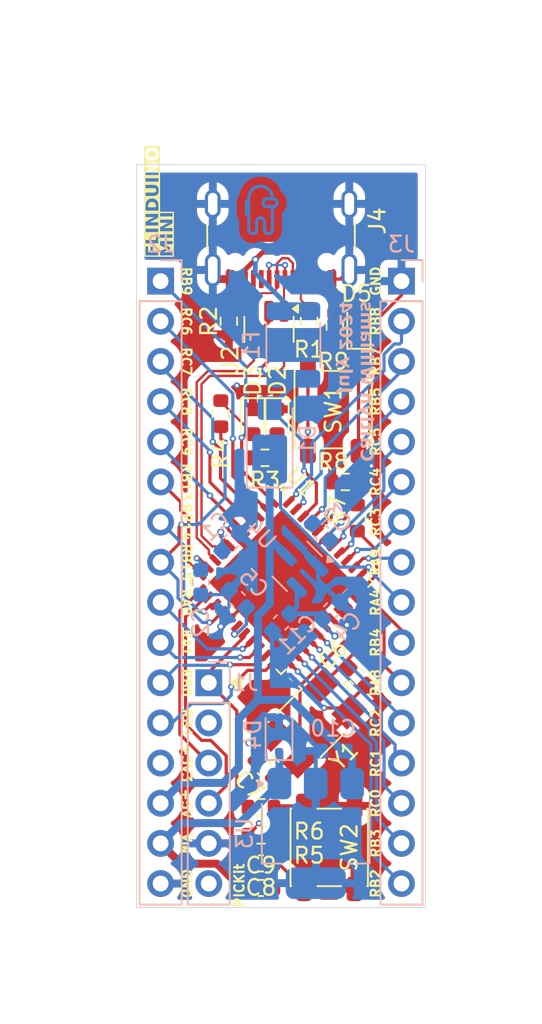
<source format=kicad_pcb>
(kicad_pcb (version 20240108) (generator "pcbnew") (generator_version "8.0")
  (layers (0 "F.Cu" signal) (1 "In1.Cu" power) (2 "In2.Cu" power) (31 "B.Cu" signal) (34 "B.Paste" user) (35 "F.Paste" user) (36 "B.SilkS" user "B.Silkscreen") (37 "F.SilkS" user "F.Silkscreen") (38 "B.Mask" user) (39 "F.Mask" user) (44 "Edge.Cuts" user))
  (property "AUTHOR" "Caitlyn Williams")
  (property "NUMBER" "CRW031")
  (net 0 "")
  (net 1 "GND")
  (net 2 "Net-(U1-VCAP)")
  (net 3 "+3V3")
  (net 4 "/RA3{slash}OSC2")
  (net 5 "/RA2{slash}OSC1")
  (net 6 "/RESET")
  (net 7 "+5V")
  (net 8 "/RB3{slash}AN5{slash}SCL2")
  (net 9 "/RB2{slash}AN4{slash}SDA2")
  (net 10 "/RB1{slash}AN3")
  (net 11 "/RB0{slash}AN2")
  (net 12 "/RB13{slash}AN11")
  (net 13 "/RA1{slash}AN1")
  (net 14 "Net-(D2-A)")
  (net 15 "Net-(D3-A)")
  (net 16 "/~{MCLR}")
  (net 17 "/RB15{slash}AN9{slash}SCK2")
  (net 18 "/RB4")
  (net 19 "/RB5")
  (net 20 "/RA4")
  (net 21 "/RB9{slash}SDA1")
  (net 22 "/RA0{slash}VREF+{slash}AN0")
  (net 23 "/RC3{slash}AN12")
  (net 24 "/RA9")
  (net 25 "/RC2{slash}AN8")
  (net 26 "/RC0{slash}AN6")
  (net 27 "/RB14{slash}AN10{slash}SCK1")
  (net 28 "/RB7{slash}INT0")
  (net 29 "/RB8{slash}SCL1")
  (net 30 "/RC9")
  (net 31 "/RC7")
  (net 32 "/RC6")
  (net 33 "/RC5")
  (net 34 "/RC4")
  (net 35 "/RC8")
  (net 36 "/RC1{slash}AN7")
  (net 37 "/RA8")
  (net 38 "VBUS")
  (net 39 "/CC_{2}")
  (net 40 "/CC_{1}")
  (net 41 "Net-(R7-Pad1)")
  (net 42 "/RA7{slash}PGEC4")
  (net 44 "/RA10{slash}PGED4")
  (net 45 "/V_{IN}")
  (net 46 "Net-(D5-A)")
  (net 47 "/D-")
  (net 48 "/D+")
  (net 49 "/CONN_D-")
  (net 50 "/CONN_D+")
  (net 51 "Net-(F1-Pad1)")
  (footprint "Resistor_SMD:R_0603_1608Metric" (layer "F.Cu") (at 81.534 73.66 180)
    (property "Reference" "R8")
    (property "Value" "10k")
  )
  (footprint "Resistor_SMD:R_0603_1608Metric" (layer "F.Cu") (at 82.296 75.946 -90)
    (property "Reference" "R7")
    (property "Value" "10k")
  )
  (footprint "Resistor_SMD:R_0603_1608Metric" (layer "F.Cu") (at 80.8736 63.8048 90)
    (property "Reference" "R9")
    (property "Value" "200R")
  )
  (footprint "Resistor_SMD:R_0603_1608Metric" (layer "F.Cu") (at 79.248 63.5 -90)
    (property "Reference" "R1")
    (property "Value" "5.1k")
  )
  (footprint "Capacitor_SMD:C_0603_1608Metric" (layer "F.Cu") (at 76.2 99.3394)
    (property "Reference" "C9")
    (property "Value" "2.2uF")
  )
  (footprint "Capacitor_SMD:C_0603_1608Metric" (layer "F.Cu") (at 76.2 97.79 180)
    (property "Reference" "C8")
    (property "Value" "100nF")
  )
  (footprint "Button_Switch_SMD:SW_SPST_PTS647_Sx50" (layer "F.Cu") (at 80.772 69.088 -90)
    (property "Reference" "SW1")
    (property "Value" "BOOT")
  )
  (footprint "Button_Switch_SMD:SW_SPST_PTS647_Sx50" (layer "F.Cu") (at 80.518 96.774 -90)
    (property "Reference" "SW2")
    (property "Value" "RESET")
  )
  (footprint "Capacitor_SMD:C_0603_1608Metric" (layer "F.Cu") (at 76.454 91.821 135)
    (property "Reference" "C7")
    (property "Value" "27pF")
  )
  (footprint "Package_TO_SOT_SMD:SOT-23-6" (layer "F.Cu") (at 76.708 64.008 -90)
    (property "Reference" "U2")
    (property "Value" "USBLC6-2SC6")
  )
  (footprint "LED_SMD:LED_0603_1608Metric" (layer "F.Cu") (at 75.692 69.85 -90)
    (property "Reference" "D3")
    (property "Value" "LED1")
  )
  (footprint "Capacitor_SMD:C_0603_1608Metric" (layer "F.Cu") (at 82.296 85.979 -45)
    (property "Reference" "C6")
    (property "Value" "27pF")
  )
  (footprint "Resistor_SMD:R_0603_1608Metric" (layer "F.Cu") (at 76.2 94.234 180)
    (property "Reference" "R6")
    (property "Value" "1k")
  )
  (footprint "LED_SMD:LED_0603_1608Metric" (layer "F.Cu") (at 77.216 69.85 -90)
    (property "Reference" "D2")
    (property "Value" "LED2")
  )
  (footprint "Resistor_SMD:R_0603_1608Metric" (layer "F.Cu") (at 73.66 69.342 90)
    (property "Reference" "R4")
    (property "Value" "200R")
  )
  (footprint "Resistor_SMD:R_0603_1608Metric" (layer "F.Cu") (at 74.168 63.5 -90)
    (property "Reference" "R2")
    (property "Value" "5.1k")
  )
  (footprint "LED_SMD:LED_0603_1608Metric" (layer "F.Cu") (at 82.3976 63.754 90)
    (property "Reference" "D5")
    (property "Value" "PWR_LED")
  )
  (footprint "Resistor_SMD:R_0603_1608Metric" (layer "F.Cu") (at 76.454 72.136)
    (property "Reference" "R3")
    (property "Value" "200R")
  )
  (footprint "Crystal:Crystal_SMD_0603-4Pin_6.0x3.5mm" (layer "F.Cu") (at 79.375 88.9 -135)
    (property "Reference" "Y1")
    (property "Value" "8MHz")
  )
  (footprint "Package_DFN_QFN:QFN-44-1EP_8x8mm_P0.65mm_EP6.45x6.45mm" (layer "F.Cu") (at 77.47 80.01 -45)
    (property "Reference" "U1")
    (property "Value" "PIC32MX250F128D-IPT")
  )
  (footprint "Connector_USB:USB_C_Receptacle_GCT_USB4105-xx-A_16P_TopMnt_Horizontal" (layer "F.Cu") (at 77.47 57.15 180)
    (property "Reference" "J4")
    (property "Value" "USB_C_Receptacle_USB2.0_16P")
  )
  (footprint "Resistor_SMD:R_0603_1608Metric" (layer "F.Cu") (at 76.2 96.012)
    (property "Reference" "R5")
    (property "Value" "10k")
  )
  (footprint "Connector_PinHeader_2.54mm:PinHeader_1x16_P2.54mm_Vertical" (layer "B.Cu") (at 85.09 60.96 180)
    (property "Reference" "J3")
    (property "Value" "R")
  )
  (footprint "Capacitor_SMD:C_0603_1608Metric" (layer "B.Cu") (at 80.645 81.788 45)
    (property "Reference" "C4")
    (property "Value" "100nF")
  )
  (footprint "Diode_SMD:Vishay_SMPA" (layer "B.Cu") (at 76.75 71 90)
    (property "Reference" "D1")
    (property "Value" "SS1P3L")
  )
  (footprint "Package_TO_SOT_SMD:SOT-23" (layer "B.Cu") (at 78.486 78.994 135)
    (property "Reference" "U4")
    (property "Value" "MCP1703Ax-330xxTT")
  )
  (footprint "Capacitor_SMD:C_0603_1608Metric" (layer "B.Cu") (at 72.39 80.01 -90)
    (property "Reference" "C2")
    (property "Value" "100nF")
  )
  (footprint "Connector_PinHeader_2.54mm:PinHeader_1x16_P2.54mm_Vertical" (layer "B.Cu") (at 69.85 60.96 180)
    (property "Reference" "J2")
    (property "Value" "L")
  )
  (footprint "Fuse:Fuse_1812_4532Metric" (layer "B.Cu") (at 78.25 65 -90)
    (property "Reference" "F1")
    (property "Value" "500mA")
  )
  (footprint "Capacitor_SMD:C_0603_1608Metric" (layer "B.Cu") (at 80.01 76.835 -45)
    (property "Reference" "C3")
    (property "Value" "100nF")
  )
  (footprint "Capacitor_SMD:C_0603_1608Metric" (layer "B.Cu") (at 74.295 77.47 -135)
    (property "Reference" "C1")
    (property "Value" "10uF")
  )
  (footprint "Capacitor_SMD:C_0603_1608Metric" (layer "B.Cu") (at 77.47 82.55 -135)
    (property "Reference" "C11")
    (property "Value" "10uF")
  )
  (footprint "Connector_PinHeader_2.54mm:PinHeader_1x06_P2.54mm_Vertical" (layer "B.Cu") (at 72.898 86.36 180)
    (property "Reference" "J1")
    (property "Value" "PICKIT")
  )
  (footprint "Capacitor_SMD:C_0603_1608Metric" (layer "B.Cu") (at 80.772 90.678 180)
    (property "Reference" "C10")
    (property "Value" "10uF")
  )
  (footprint "Global:amogus" (layer "B.Cu") (at 76.327 56.007 180)
    (property "Reference" "REF**" (hide yes))
    (property "Value" "amogus")
  )
  (footprint "Package_TO_SOT_SMD:SOT-223-3_TabPin2" (layer "B.Cu") (at 79.6665 95.885 -90)
    (property "Reference" "U3")
    (property "Value" "MCP1703Ax-500xxDB")
  )
  (footprint "Diode_SMD:D_SOD-323F" (layer "B.Cu") (at 77.343 89.6366 90)
    (property "Reference" "D4")
    (property "Value" "TVS")
  )
  (footprint "Capacitor_SMD:C_0603_1608Metric" (layer "B.Cu") (at 74.7268 81.0768 135)
    (property "Reference" "C5")
    (property "Value" "100nF")
  )
  (gr_poly (pts (xy 74.295 86.36) (xy 74.93 85.979) (xy 74.93 86.741)) (stroke (width 0.15)) (fill solid) (layer "F.SilkS"))
  (gr_rect (start 68.326 53.594) (end 86.614 100.584) (stroke (width 0.05)) (fill none) (layer "Edge.Cuts"))
  (gr_text "Caitlyn Williams\nJuly 2024" (at 83.312 62.23 270) (layer "B.SilkS") (effects (font (size 0.8 0.8) (thickness 0.15) (bold yes)) (justify right top mirror)))
  (gr_text "+5V" (at 71.12 93.98 270) (layer "F.SilkS") (effects (font (size 0.6 0.6) (thickness 0.14) (bold yes)) (justify bottom)))
  (gr_text "RA1" (at 71.12 83.82 270) (layer "F.SilkS") (effects (font (size 0.6 0.6) (thickness 0.14) (bold yes)) (justify bottom)))
  (gr_text "RC2" (at 83.82 88.9 90) (layer "F.SilkS") (effects (font (size 0.6 0.6) (thickness 0.14) (bold yes)) (justify bottom)))
  (gr_text "RC0" (at 83.82 93.98 90) (layer "F.SilkS") (effects (font (size 0.6 0.6) (thickness 0.14) (bold yes)) (justify bottom)))
  (gr_text "RB14" (at 71.12 76.2 270) (layer "F.SilkS") (effects (font (size 0.6 0.6) (thickness 0.14) (bold yes)) (justify bottom)))
  (gr_text "RC3" (at 83.82 76.2 90) (layer "F.SilkS") (effects (font (size 0.6 0.6) (thickness 0.14) (bold yes)) (justify bottom)))
  (gr_text "GND" (at 83.82 60.96 90) (layer "F.SilkS") (effects (font (size 0.6 0.6) (thickness 0.14) (bold yes)) (justify bottom)))
  (gr_text "RB2" (at 83.82 99.06 90) (layer "F.SilkS") (effects (font (size 0.6 0.6) (thickness 0.14) (bold yes)) (justify bottom)))
  (gr_text "RA9" (at 83.82 78.74 90) (layer "F.SilkS") (effects (font (size 0.6 0.6) (thickness 0.14) (bold yes)) (justify bottom)))
  (gr_text "RC1" (at 83.82 91.44 90) (layer "F.SilkS") (effects (font (size 0.6 0.6) (thickness 0.14) (bold yes)) (justify bottom)))
  (gr_text "RC9" (at 71.12 71.12 270) (layer "F.SilkS") (effects (font (size 0.6 0.6) (thickness 0.14) (bold yes)) (justify bottom)))
  (gr_text "RC7" (at 71.12 66.04 270) (layer "F.SilkS") (effects (font (size 0.6 0.6) (thickness 0.14) (bold yes)) (justify bottom)))
  (gr_text "RA4" (at 83.82 81.28 90) (layer "F.SilkS") (effects (font (size 0.6 0.6) (thickness 0.14) (bold yes)) (justify bottom)))
  (gr_text "FLINDUINO" (at 69.85 59.436 90) (layer "F.SilkS" knockout) (effects (font (size 0.8 0.8) (thickness 0.15) (bold yes)) (justify left bottom)))
  (gr_text "RA0" (at 71.12 81.28 270) (layer "F.SilkS") (effects (font (size 0.6 0.6) (thickness 0.14) (bold yes)) (justify bottom)))
  (gr_text "+3V3" (at 71.12 91.44 270) (layer "F.SilkS") (effects (font (size 0.6 0.6) (thickness 0.14) (bold yes)) (justify bottom)))
  (gr_text "MINI" (at 70.739 59.436 90) (layer "F.SilkS" knockout) (effects (font (size 0.8 0.8) (thickness 0.15) (bold yes)) (justify left bottom)))
  (gr_text "RB4" (at 83.82 83.82 90) (layer "F.SilkS") (effects (font (size 0.6 0.6) (thickness 0.14) (bold yes)) (justify bottom)))
  (gr_text "RB3" (at 83.82 96.52 90) (layer "F.SilkS") (effects (font (size 0.6 0.6) (thickness 0.14) (bold yes)) (justify bottom)))
  (gr_text "RB9" (at 71.12 60.96 270) (layer "F.SilkS") (effects (font (size 0.6 0.6) (thickness 0.14) (bold yes)) (justify bottom)))
  (gr_text "RB7" (at 83.82 66.04 90) (layer "F.SilkS") (effects (font (size 0.6 0.6) (thickness 0.14) (bold yes)) (justify bottom)))
  (gr_text "RB13" (at 71.12 73.66 270) (layer "F.SilkS") (effects (font (size 0.6 0.6) (thickness 0.14) (bold yes)) (justify bottom)))
  (gr_text "RA8" (at 83.82 86.36 90) (layer "F.SilkS") (effects (font (size 0.6 0.6) (thickness 0.14) (bold yes)) (justify bottom)))
  (gr_text "GND" (at 71.12 99.06 270) (layer "F.SilkS") (effects (font (size 0.6 0.6) (thickness 0.14) (bold yes)) (justify bottom)))
  (gr_text "RB5" (at 83.82 68.58 90) (layer "F.SilkS") (effects (font (size 0.6 0.6) (thickness 0.14) (bold yes)) (justify bottom)))
  (gr_text "PICKit" (at 75.184 99.187 90) (layer "F.SilkS") (effects (font (size 0.6 0.6) (thickness 0.14) (bold yes)) (justify bottom)))
  (gr_text "RB0" (at 71.12 86.36 270) (layer "F.SilkS") (effects (font (size 0.6 0.6) (thickness 0.14) (bold yes)) (justify bottom)))
  (gr_text "RC8" (at 71.12 68.58 270) (layer "F.SilkS") (effects (font (size 0.6 0.6) (thickness 0.14) (bold yes)) (justify bottom)))
  (gr_text "RC4" (at 83.82 73.66 90) (layer "F.SilkS") (effects (font (size 0.6 0.6) (thickness 0.14) (bold yes)) (justify bottom)))
  (gr_text "V_{IN}" (at 71.12 96.52 270) (layer "F.SilkS") (effects (font (size 0.6 0.6) (thickness 0.14) (bold yes)) (justify bottom)))
  (gr_text "RC6" (at 71.12 63.5 270) (layer "F.SilkS") (effects (font (size 0.6 0.6) (thickness 0.14) (bold yes)) (justify bottom)))
  (gr_text "RB1" (at 71.12 88.9 270) (layer "F.SilkS") (effects (font (size 0.6 0.6) (thickness 0.14) (bold yes)) (justify bottom)))
  (gr_text "RB8" (at 83.82 63.5 90) (layer "F.SilkS") (effects (font (size 0.6 0.6) (thickness 0.14) (bold yes)) (justify bottom)))
  (gr_text "RC5" (at 83.82 71.12 90) (layer "F.SilkS") (effects (font (size 0.6 0.6) (thickness 0.14) (bold yes)) (justify bottom)))
  (gr_text "RB15" (at 71.12 78.74 270) (layer "F.SilkS") (effects (font (size 0.6 0.6) (thickness 0.14) (bold yes)) (justify bottom)))
  (segment (start 85.09 61.849101) (end 85.09 60.96) (width 0.2032) (layer "F.Cu") (net 1))
  (segment (start 75.905992 91.272992) (end 75.905992 90.671952) (width 0.2032) (layer "F.Cu") (net 1))
  (segment (start 73.15 63.244) (end 73.15 60.255) (width 0.2032) (layer "F.Cu") (net 1))
  (segment (start 77.47 80.01) (end 74.685767 77.225767) (width 0.3048) (layer "F.Cu") (net 1))
  (segment (start 74.168 64.262) (end 73.15 63.244) (width 0.2032) (layer "F.Cu") (net 1))
  (segment (start 79.248 64.325) (end 78.931 64.008) (width 0.127) (layer "F.Cu") (net 1))
  (segment (start 81.779163 87.591853) (end 82.844008 86.527008) (width 0.2032) (layer "F.Cu") (net 1))
  (segment (start 78.359 80.01) (end 77.47 80.01) (width 0.2032) (layer "F.Cu") (net 1))
  (segment (start 80.19471 87.95329) (end 81.53956 87.95329) (width 0.2032) (layer "F.Cu") (net 1))
  (segment (start 74.168 64.325) (end 74.168 64.262) (width 0.2032) (layer "F.Cu") (net 1))
  (segment (start 75.946 90.17) (end 75.438 90.17) (width 0.2032) (layer "F.Cu") (net 1))
  (segment (start 74.1556 96.52) (end 72.898 96.52) (width 0.508) (layer "F.Cu") (net 1))
  (segment (start 73.66 82.804) (end 73.756762 82.804) (width 0.2032) (layer "F.Cu") (net 1))
  (segment (start 80.254233 77.225767) (end 77.47 80.01) (width 0.2032) (layer "F.Cu") (net 1))
  (segment (start 77.216 69.062499) (end 75.692 69.062499) (width 0.2032) (layer "F.Cu") (net 1))
  (segment (start 74.226148 82.334614) (end 76.550762 80.01) (width 0.2032) (layer "F.Cu") (net 1))
  (segment (start 82.118 97.79) (end 82.118 94.149) (width 0.2032) (layer "F.Cu") (net 1))
  (segment (start 74.485 64.008) (end 74.168 64.325) (width 0.2032) (layer "F.Cu") (net 1))
  (segment (start 75.692 68.58) (end 74.676 67.564) (width 0.2032) (layer "F.Cu") (net 1))
  (segment (start 81.083979 82.704741) (end 80.713852 82.334614) (width 0.2032) (layer "F.Cu") (net 1))
  (segment (start 82.118 99.399) (end 82.118 97.79) (width 0.2032) (layer "F.Cu") (net 1))
  (segment (start 76.708 62.8705) (end 76.708 63.532999) (width 0.2032) (layer "F.Cu") (net 1))
  (segment (start 73.725 60.83) (end 73.15 60.255) (width 0.2032) (layer "F.Cu") (net 1))
  (segment (start 76.176972 90.400972) (end 76.970837 89.607107) (width 0.2032) (layer "F.Cu") (net 1))
  (segment (start 80.713852 82.334614) (end 80.683614 82.334614) (width 0.2032) (layer "F.Cu") (net 1))
  (segment (start 74.1426 76.6351) (end 74.1426 76.6826) (width 0.2032) (layer "F.Cu") (net 1))
  (segment (start 81.215 60.83) (end 81.79 60.255) (width 0.2032) (layer "F.Cu") (net 1))
  (segment (start 76.708 63.532999) (end 76.232999 64.008) (width 0.2032) (layer "F.Cu") (net 1))
  (segment (start 80.683614 82.334614) (end 78.359 80.01) (width 0.2032) (layer "F.Cu") (net 1))
  (segment (start 74.27 60.83) (end 73.725 60.83) (width 0.2032) (layer "F.Cu") (net 1))
  (segment (start 74.047529 76.540029) (end 74.1426 76.6351) (width 0.2032) (layer "F.Cu") (net 1))
  (segment (start 81.53956 87.95329) (end 81.779163 88.192893) (width 0.2032) (layer "F.Cu") (net 1))
  (segment (start 81.567 74.518) (end 81.567 75.913) (width 0.2032) (layer "F.Cu") (net 1))
  (segment (start 78.931 64.008) (end 76.232999 64.008) (width 0.127) (layer "F.Cu") (net 1))
  (segment (start 75.692 69.062499) (end 75.692 68.58) (width 0.2032) (layer "F.Cu") (net 1))
  (segment (start 76.176972 90.400972) (end 75.946 90.17) (width 0.2032) (layer "F.Cu") (net 1))
  (segment (start 82.3976 64.541501) (end 85.09 61.849101) (width 0.2032) (layer "F.Cu") (net 1))
  (segment (start 80.67 60.83) (end 81.215 60.83) (width 0.2032) (layer "F.Cu") (net 1))
  (segment (start 74.1426 76.6826) (end 74.685767 77.225767) (width 0.2032) (layer "F.Cu") (net 1))
  (segment (start 75.905992 90.671952) (end 76.176972 90.400972) (width 0.2032) (layer "F.Cu") (net 1))
  (segment (start 81.567 75.913) (end 81.28 76.2) (width 0.2032) (layer "F.Cu") (net 1))
  (segment (start 81.28 76.2) (end 80.254233 77.225767) (width 0.2032) (layer "F.Cu") (net 1))
  (segment (start 76.232999 64.008) (end 74.485 64.008) (width 0.2032) (layer "F.Cu") (net 1))
  (segment (start 76.550762 80.01) (end 77.47 80.01) (width 0.2032) (layer "F.Cu") (net 1))
  (segment (start 76.975 99.3394) (end 74.1556 96.52) (width 0.508) (layer "F.Cu") (net 1))
  (segment (start 81.633259 82.704741) (end 81.083979 82.704741) (width 0.2032) (layer "F.Cu") (net 1))
  (segment (start 73.756762 82.804) (end 74.226148 82.334614) (width 0.2032) (layer "F.Cu") (net 1))
  (segment (start 80.709 73.66) (end 81.567 74.518) (width 0.2032) (layer "F.Cu") (net 1))
  (segment (start 74.047529 76.364429) (end 74.047529 76.540029) (width 0.2032) (layer "F.Cu") (net 1))
  (segment (start 81.779163 88.192893) (end 81.779163 87.591853) (width 0.2032) (layer "F.Cu") (net 1))
  (via (at 80.19471 87.95329) (size 0.4064) (drill 0.2032) (layers "F.Cu" "B.Cu") (net 1))
  (via (at 82.118 97.79) (size 0.4064) (drill 0.2032) (layers "F.Cu" "B.Cu") (net 1))
  (via (at 74.047529 76.364429) (size 0.4572) (drill 0.254) (layers "F.Cu" "B.Cu") (net 1))
  (via (at 75.438 90.17) (size 0.4572) (drill 0.254) (layers "F.Cu" "B.Cu") (net 1))
  (via (at 81.28 76.2) (size 0.4572) (drill 0.254) (layers "F.Cu" "B.Cu") (net 1))
  (via (at 74.676 67.564) (size 0.4064) (drill 0.2032) (layers "F.Cu" "B.Cu") (net 1))
  (via (at 81.633259 82.704741) (size 0.4572) (drill 0.254) (layers "F.Cu" "B.Cu") (net 1))
  (via (at 83.185 72.644) (size 0.4064) (drill 0.2032) (layers "F.Cu" "B.Cu") (net 1))
  (via (at 73.66 82.804) (size 0.4572) (drill 0.254) (layers "F.Cu" "B.Cu") (net 1))
  (segment (start 79.820664 78.985161) (end 79.820664 79.867648) (width 0.3048) (layer "B.Cu") (net 1))
  (segment (start 80.122869 87.95329) (end 80.19471 87.95329) (width 0.3048) (layer "B.Cu") (net 1))
  (segment (start 79.6665 91.0085) (end 79.997 90.678) (width 0.254) (layer "B.Cu") (net 1))
  (segment (start 79.997 92.367001) (end 79.629 92.735001) (width 0.254) (layer "B.Cu") (net 1))
  (segment (start 81.788 81.834984) (end 81.193008 81.239992) (width 0.2032) (layer "B.Cu") (net 1))
  (segment (start 77.343 85.883999) (end 78.053578 85.883999) (width 0.3048) (layer "B.Cu") (net 1))
  (segment (start 81.788 82.55) (end 81.788 81.834984) (width 0.2032) (layer "B.Cu") (net 1))
  (segment (start 78.053578 85.883999) (end 80.122869 87.95329) (width 0.3048) (layer "B.Cu") (net 1))
  (segment (start 73.66 82.088984) (end 74.178792 81.570192) (width 0.2032) (layer "B.Cu") (net 1))
  (segment (start 74.047529 76.364429) (end 74.285445 76.364429) (width 0.2032) (layer "B.Cu") (net 1))
  (segment (start 77.8556 88.5366) (end 79.997 90.678) (width 0.3048) (layer "B.Cu") (net 1))
  (segment (start 80.558008 76.921992) (end 81.28 76.2) (width 0.2032) (layer "B.Cu") (net 1))
  (segment (start 74.178792 81.570192) (end 74.178792 80.528792) (width 0.2032) (layer "B.Cu") (net 1))
  (segment (start 80.558008 77.383008) (end 80.558008 76.921992) (width 0.2032) (layer "B.Cu") (net 1))
  (segment (start 77.343 88.5366) (end 77.8556 88.5366) (width 0.3048) (layer "B.Cu") (net 1))
  (segment (start 74.285445 76.364429) (end 74.843008 76.921992) (width 0.2032) (layer "B.Cu") (net 1))
  (segment (start 79.820664 79.867648) (end 81.193008 81.239992) (width 0.3048) (layer "B.Cu") (net 1))
  (segment (start 76.921992 83.098008) (end 76.921992 85.462991) (width 0.3048) (layer "B.Cu") (net 1))
  (segment (start 76.921992 85.462991) (end 77.343 85.883999) (width 0.3048) (layer "B.Cu") (net 1))
  (segment (start 79.6665 92.735001) (end 79.6665 91.0085) (width 0.254) (layer "B.Cu") (net 1))
  (segment (start 72.39 80.785) (end 73.922584 80.785) (width 0.2032) (layer "B.Cu") (net 1))
  (segment (start 73.66 82.804) (end 73.66 82.088984) (width 0.2032) (layer "B.Cu") (net 1))
  (segment (start 73.922584 80.785) (end 74.178792 80.528792) (width 0.2032) (layer "B.Cu") (net 1))
  (segment (start 81.633259 82.704741) (end 81.788 82.55) (width 0.2032) (layer "B.Cu") (net 1))
  (segment (start 73.66 77.119238) (end 74.226148 77.685386) (width 0.2032) (layer "F.Cu") (net 2))
  (segment (start 73.66 76.835) (end 73.66 77.119238) (width 0.2032) (layer "F.Cu") (net 2))
  (via (at 73.66 76.835) (size 0.4572) (drill 0.254) (layers "F.Cu" "B.Cu") (net 2))
  (segment (start 73.746992 78.018008) (end 73.746992 76.921992) (width 0.2032) (layer "B.Cu") (net 2))
  (segment (start 73.746992 76.921992) (end 73.66 76.835) (width 0.2032) (layer "B.Cu") (net 2))
  (segment (start 74.5236 83.2866) (end 74.5236 82.9564) (width 0.2032) (layer "F.Cu") (net 3))
  (segment (start 76.073 95.314) (end 75.375 96.012) (width 0.2032) (layer "F.Cu") (net 3))
  (segment (start 74.5236 82.9564) (end 74.685767 82.794233) (width 0.2032) (layer "F.Cu") (net 3))
  (segment (start 76.073 95.25) (end 76.073 95.314) (width 0.2032) (layer "F.Cu") (net 3))
  (segment (start 79.172 71.713) (end 79.172 70.485) (width 0.2032) (layer "F.Cu") (net 3))
  (segment (start 72.269044 78.486) (end 72.847289 79.064245) (width 0.2032) (layer "F.Cu") (net 3))
  (segment (start 72.136 78.486) (end 72.269044 78.486) (width 0.2032) (layer "F.Cu") (net 3))
  (segment (start 79.172 66.463) (end 79.172 70.485) (width 0.2032) (layer "F.Cu") (net 3))
  (segment (start 70.358 91.44) (end 69.85 91.44) (width 0.2032) (layer "F.Cu") (net 3))
  (segment (start 80.645 75.915762) (end 79.794614 76.766148) (width 0.2032) (layer "F.Cu") (net 3))
  (segment (start 80.8736 64.6298) (end 80.8736 64.7614) (width 0.2032) (layer "F.Cu") (net 3))
  (segment (start 80.8736 83.4136) (end 80.254233 82.794233) (width 0.2032) (layer "F.Cu") (net 3))
  (segment (start 80.8736 64.7614) (end 79.172 66.463) (width 0.2032) (layer "F.Cu") (net 3))
  (segment (start 80.645 75.565) (end 80.645 75.915762) (width 0.2032) (layer "F.Cu") (net 3))
  (via (at 72.136 78.486) (size 0.4064) (drill 0.2032) (layers "F.Cu" "B.Cu") (net 3))
  (via (at 80.645 75.565) (size 0.4572) (drill 0.254) (layers "F.Cu" "B.Cu") (net 3))
  (via (at 76.073 95.25) (size 0.4064) (drill 0.2032) (layers "F.Cu" "B.Cu") (net 3))
  (via (at 79.172 70.485) (size 0.4064) (drill 0.2032) (layers "F.Cu" "B.Cu") (net 3))
  (via (at 80.8736 83.4136) (size 0.4572) (drill 0.254) (layers "F.Cu" "B.Cu") (net 3))
  (via (at 74.5236 83.2866) (size 0.4572) (drill 0.254) (layers "F.Cu" "B.Cu") (net 3))
  (segment (start 78.018008 82.001992) (end 79.762976 82.001992) (width 0.3048) (layer "B.Cu") (net 3))
  (segment (start 80.8736 83.4136) (end 80.096992 82.636992) (width 0.2032) (layer "B.Cu") (net 3))
  (segment (start 79.923008 76.286992) (end 80.645 75.565) (width 0.2032) (layer "B.Cu") (net 3))
  (segment (start 74.654416 83.2866) (end 75.274808 82.666208) (width 0.2032) (layer "B.Cu") (net 3))
  (segment (start 72.39 79.235) (end 72.39 78.74) (width 0.2032) (layer "B.Cu") (net 3))
  (segment (start 75.274808 82.666208) (end 75.274808 81.624808) (width 0.2032) (layer "B.Cu") (net 3))
  (segment (start 79.461992 76.286992) (end 79.923008 76.286992) (width 0.2032) (layer "B.Cu") (net 3))
  (segment (start 78.477161 81.542839) (end 78.018008 82.001992) (width 0.3048) (layer "B.Cu") (net 3))
  (segment (start 74.5236 83.2866) (end 74.654416 83.2866) (width 0.2032) (layer "B.Cu") (net 3))
  (segment (start 72.39 78.74) (end 72.136 78.486) (width 0.2032) (layer "B.Cu") (net 3))
  (segment (start 79.762976 82.001992) (end 80.096992 82.336008) (width 0.3048) (layer "B.Cu") (net 3))
  (segment (start 78.477161 80.328664) (end 78.477161 81.542839) (width 0.3048) (layer "B.Cu") (net 3))
  (segment (start 80.096992 82.636992) (end 80.096992 82.336008) (width 0.2032) (layer "B.Cu") (net 3))
  (segment (start 81.146952 85.430992) (end 81.747992 85.430992) (width 0.2032) (layer "F.Cu") (net 4))
  (segment (start 82.804 83.773944) (end 82.804 82.586284) (width 0.2032) (layer "F.Cu") (net 4))
  (segment (start 80.082107 86.495837) (end 81.146952 85.430992) (width 0.2032) (layer "F.Cu") (net 4))
  (segment (start 80.082107 86.495837) (end 82.804 83.773944) (width 0.2032) (layer "F.Cu") (net 4))
  (segment (start 82.804 82.586284) (end 81.633091 81.415375) (width 0.2032) (layer "F.Cu") (net 4))
  (segment (start 82.3976 83.3849) (end 82.3976 82.786582) (width 0.2032) (layer "F.Cu") (net 5))
  (segment (start 81.486012 81.874994) (end 81.173472 81.874994) (width 0.2032) (layer "F.Cu") (net 5))
  (segment (start 78.667893 91.512107) (end 77.810992 92.369008) (width 0.2032) (layer "F.Cu") (net 5))
  (segment (start 77.810992 92.369008) (end 77.002008 92.369008) (width 0.2032) (layer "F.Cu") (net 5))
  (segment (start 82.1149 83.6676) (end 82.3976 83.3849) (width 0.2032) (layer "F.Cu") (net 5))
  (segment (start 81.561184 83.6676) (end 82.1149 83.6676) (width 0.2032) (layer "F.Cu") (net 5))
  (segment (start 78.667893 91.304163) (end 78.667893 86.560891) (width 0.2032) (layer "F.Cu") (net 5))
  (segment (start 78.667893 86.560891) (end 81.561184 83.6676) (width 0.2032) (layer "F.Cu") (net 5))
  (segment (start 82.3976 82.786582) (end 81.486012 81.874994) (width 0.2032) (layer "F.Cu") (net 5))
  (segment (start 78.667893 91.304163) (end 78.667893 91.512107) (width 0.2032) (layer "F.Cu") (net 5))
  (segment (start 77.309 97.79) (end 76.975 97.79) (width 0.2032) (layer "F.Cu") (net 6))
  (segment (start 77.025 94.234) (end 77.025 97.74) (width 0.2032) (layer "F.Cu") (net 6))
  (segment (start 77.11 94.149) (end 77.025 94.234) (width 0.2032) (layer "F.Cu") (net 6))
  (segment (start 77.025 97.74) (end 76.975 97.79) (width 0.2032) (layer "F.Cu") (net 6))
  (segment (start 78.918 99.399) (end 77.309 97.79) (width 0.2032) (layer "F.Cu") (net 6))
  (segment (start 78.918 94.149) (end 77.11 94.149) (width 0.2032) (layer "F.Cu") (net 6))
  (segment (start 77.025 94.234) (end 77.025 96.012) (width 0.2032) (layer "F.Cu") (net 6))
  (segment (start 76.75 77.258) (end 77.823087 78.331087) (width 0.508) (layer "B.Cu") (net 7))
  (segment (start 69.85 93.98) (end 71.1336 92.6964) (width 0.508) (layer "B.Cu") (net 7))
  (segment (start 81.9658 92.7343) (end 81.9665 92.735) (width 0.508) (layer "B.Cu") (net 7))
  (segment (start 71.1336 92.6964) (end 73.809626 92.6964) (width 0.508) (layer "B.Cu") (net 7))
  (segment (start 81.371168 90.678) (end 78.130543 87.437375) (width 0.508) (layer "B.Cu") (net 7))
  (segment (start 76.007375 87.437375) (end 76.007375 82.103375) (width 0.508) (layer "B.Cu") (net 7))
  (segment (start 76.75 81.36075) (end 76.75 77.216) (width 0.508) (layer "B.Cu") (net 7))
  (segment (start 76.75 77.216) (end 76.75 72.21) (width 0.508) (layer "B.Cu") (net 7))
  (segment (start 73.809626 92.6964) (end 74.803 91.703026) (width 0.508) (layer "B.Cu") (net 7))
  (segment (start 76.75 77.216) (end 76.75 77.258) (width 0.508) (layer "B.Cu") (net 7))
  (segment (start 74.803 88.64175) (end 76.007375 87.437375) (width 0.508) (layer "B.Cu") (net 7))
  (segment (start 74.803 91.703026) (end 74.803 88.64175) (width 0.508) (layer "B.Cu") (net 7))
  (segment (start 76.007375 82.103375) (end 76.75 81.36075) (width 0.508) (layer "B.Cu") (net 7))
  (segment (start 81.9658 91.0968) (end 81.9658 92.7343) (width 0.508) (layer "B.Cu") (net 7))
  (segment (start 78.130543 87.437375) (end 76.007375 87.437375) (width 0.508) (layer "B.Cu") (net 7))
  (segment (start 81.547 90.678) (end 81.9658 91.0968) (width 0.508) (layer "B.Cu") (net 7))
  (segment (start 81.547 90.678) (end 81.371168 90.678) (width 0.508) (layer "B.Cu") (net 7))
  (segment (start 78.443261 84.632711) (end 78.415755 84.632711) (width 0.2032) (layer "F.Cu") (net 8))
  (segment (start 78.975341 85.164791) (end 78.443261 84.632711) (width 0.2032) (layer "F.Cu") (net 8))
  (via (at 78.975341 85.164791) (size 0.4064) (drill 0.2032) (layers "F.Cu" "B.Cu") (net 8))
  (segment (start 78.975341 85.164791) (end 83.058 89.24745) (width 0.2032) (layer "B.Cu") (net 8))
  (segment (start 83.5152 94.9452) (end 85.09 96.52) (width 0.2032) (layer "B.Cu") (net 8))
  (segment (start 83.058 89.651788) (end 83.5152 90.108988) (width 0.2032) (layer "B.Cu") (net 8))
  (segment (start 83.058 89.24745) (end 83.058 89.651788) (width 0.2032) (layer "B.Cu") (net 8))
  (segment (start 83.5152 90.108988) (end 83.5152 94.9452) (width 0.2032) (layer "B.Cu") (net 8))
  (segment (start 77.98033 85.09233) (end 78.5368 85.6488) (width 0.2032) (layer "F.Cu") (net 9))
  (segment (start 77.956136 85.09233) (end 77.98033 85.09233) (width 0.2032) (layer "F.Cu") (net 9))
  (via (at 78.5368 85.6488) (size 0.4064) (drill 0.2032) (layers "F.Cu" "B.Cu") (net 9))
  (segment (start 83.1596 90.2716) (end 83.1596 97.1296) (width 0.2032) (layer "B.Cu") (net 9))
  (segment (start 83.1596 97.1296) (end 85.09 99.06) (width 0.2032) (layer "B.Cu") (net 9))
  (segment (start 78.5368 85.6488) (end 83.1596 90.2716) (width 0.2032) (layer "B.Cu") (net 9))
  (segment (start 74.3204 86.614) (end 75.357753 85.576647) (width 0.2032) (layer "F.Cu") (net 10))
  (segment (start 75.357753 85.576647) (end 76.499547 85.576647) (width 0.2032) (layer "F.Cu") (net 10))
  (segment (start 76.499547 85.576647) (end 76.983864 85.09233) (width 0.2032) (layer "F.Cu") (net 10))
  (via (at 74.3204 86.614) (size 0.4064) (drill 0.2032) (layers "F.Cu" "B.Cu") (net 10))
  (segment (start 71.8058 87.6808) (end 70.5866 88.9) (width 0.2032) (layer "B.Cu") (net 10))
  (segment (start 70.5866 88.9) (end 69.85 88.9) (width 0.2032) (layer "B.Cu") (net 10))
  (segment (start 74.3204 86.614) (end 74.3204 87.1456) (width 0.2032) (layer "B.Cu") (net 10))
  (segment (start 73.7852 87.6808) (end 71.8058 87.6808) (width 0.2032) (layer "B.Cu") (net 10))
  (segment (start 74.3204 87.1456) (end 73.7852 87.6808) (width 0.2032) (layer "B.Cu") (net 10))
  (segment (start 75.935909 85.221047) (end 76.524245 84.632711) (width 0.2032) (layer "F.Cu") (net 11))
  (segment (start 74.248247 85.221047) (end 75.935909 85.221047) (width 0.2032) (layer "F.Cu") (net 11))
  (via (at 74.248247 85.221047) (size 0.4064) (drill 0.2032) (layers "F.Cu" "B.Cu") (net 11))
  (segment (start 69.85 86.36) (end 70.954 85.256) (width 0.2032) (layer "B.Cu") (net 11))
  (segment (start 74.213294 85.256) (end 74.248247 85.221047) (width 0.2032) (layer "B.Cu") (net 11))
  (segment (start 70.954 85.256) (end 74.213294 85.256) (width 0.2032) (layer "B.Cu") (net 11))
  (segment (start 71.628 78.764194) (end 72.38767 79.523864) (width 0.2032) (layer "F.Cu") (net 12))
  (segment (start 71.12 74.93) (end 71.12 75.438) (width 0.2032) (layer "F.Cu") (net 12))
  (segment (start 69.85 73.66) (end 71.12 74.93) (width 0.2032) (layer "F.Cu") (net 12))
  (segment (start 71.12 75.438) (end 71.628 75.946) (width 0.2032) (layer "F.Cu") (net 12))
  (segment (start 71.628 75.946) (end 71.628 78.764194) (width 0.2032) (layer "F.Cu") (net 12))
  (segment (start 74.8792 84.763847) (end 75.473869 84.763847) (width 0.2032) (layer "F.Cu") (net 13))
  (segment (start 75.473869 84.763847) (end 76.064625 84.173091) (width 0.2032) (layer "F.Cu") (net 13))
  (via (at 74.8792 84.763847) (size 0.4064) (drill 0.2032) (layers "F.Cu" "B.Cu") (net 13))
  (segment (start 69.85 83.82) (end 70.793847 84.763847) (width 0.2032) (layer "B.Cu") (net 13))
  (segment (start 70.793847 84.763847) (end 74.8792 84.763847) (width 0.2032) (layer "B.Cu") (net 13))
  (segment (start 77.279 72.136) (end 77.279 70.700501) (width 0.2032) (layer "F.Cu") (net 14))
  (segment (start 77.279 70.700501) (end 77.216 70.637501) (width 0.2032) (layer "F.Cu") (net 14))
  (segment (start 73.66 68.58) (end 75.692 70.612) (width 0.1524) (layer "F.Cu") (net 15))
  (segment (start 75.692 70.612) (end 75.692 70.637501) (width 0.1524) (layer "F.Cu") (net 15))
  (segment (start 73.66 68.517) (end 73.66 68.58) (width 0.1524) (layer "F.Cu") (net 15))
  (segment (start 72.898 86.36) (end 72.898 85.6996) (width 0.2032) (layer "F.Cu") (net 16))
  (segment (start 75.375 94.234) (end 74.676 93.535) (width 0.2032) (layer "F.Cu") (net 16))
  (segment (start 75.145386 83.452214) (end 75.145386 83.253852) (width 0.2032) (layer "F.Cu") (net 16))
  (segment (start 72.898 85.6996) (end 75.145386 83.452214) (width 0.2032) (layer "F.Cu") (net 16))
  (segment (start 74.676 88.138) (end 72.898 86.36) (width 0.2032) (layer "F.Cu") (net 16))
  (segment (start 74.676 93.535) (end 74.676 88.138) (width 0.2032) (layer "F.Cu") (net 16))
  (segment (start 72.9488 82.55) (end 73.091522 82.55) (width 0.2032) (layer "F.Cu") (net 17))
  (segment (start 71.0184 77.5716) (end 69.85 78.74) (width 0.2032) (layer "F.Cu") (net 17))
  (segment (start 73.091522 82.55) (end 73.766528 81.874994) (width 0.2032) (layer "F.Cu") (net 17))
  (segment (start 73.927894 71.179745) (end 73.66 70.911851) (width 0.2032) (layer "F.Cu") (net 17))
  (segment (start 73.66 70.911851) (end 73.66 70.167) (width 0.2032) (layer "F.Cu") (net 17))
  (segment (start 71.1708 76.3524) (end 71.0184 76.5048) (width 0.2032) (layer "F.Cu") (net 17))
  (segment (start 71.0184 76.5048) (end 71.0184 77.5716) (width 0.2032) (layer "F.Cu") (net 17))
  (via (at 72.9488 82.55) (size 0.4064) (drill 0.2032) (layers "F.Cu" "B.Cu") (net 17))
  (via (at 73.927894 71.179745) (size 0.4064) (drill 0.2032) (layers "F.Cu" "B.Cu") (net 17))
  (via (at 71.1708 76.3524) (size 0.4064) (drill 0.2032) (layers "F.Cu" "B.Cu") (net 17))
  (segment (start 72.9488 82.55) (end 72.493464 82.55) (width 0.2032) (layer "B.Cu") (net 17))
  (segment (start 73.927894 71.179745) (end 73.927894 74.662106) (width 0.2032) (layer "B.Cu") (net 17))
  (segment (start 72.493464 82.55) (end 70.954 81.010536) (width 0.2032) (layer "B.Cu") (net 17))
  (segment (start 70.954 81.010536) (end 70.954 79.844) (width 0.2032) (layer "B.Cu") (net 17))
  (segment (start 73.927894 74.662106) (end 72.2376 76.3524) (width 0.2032) (layer "B.Cu") (net 17))
  (segment (start 72.2376 76.3524) (end 71.1708 76.3524) (width 0.2032) (layer "B.Cu") (net 17))
  (segment (start 70.954 79.844) (end 69.85 78.74) (width 0.2032) (layer "B.Cu") (net 17))
  (segment (start 83.5152 79.533266) (end 82.55233 80.496136) (width 0.2032) (layer "F.Cu") (net 18))
  (segment (start 82.55233 80.496136) (end 85.09 83.033806) (width 0.2032) (layer "F.Cu") (net 18))
  (segment (start 83.5152 77.9902) (end 83.5152 79.533266) (width 0.2032) (layer "F.Cu") (net 18))
  (segment (start 82.296 76.771) (end 83.5152 77.9902) (width 0.2032) (layer "F.Cu") (net 18))
  (segment (start 85.09 83.033806) (end 85.09 83.82) (width 0.2032) (layer "F.Cu") (net 18))
  (segment (start 79.334994 76.306528) (end 79.334994 76.113006) (width 0.2032) (layer "F.Cu") (net 19))
  (segment (start 79.334994 76.113006) (end 80.0608 75.3872) (width 0.2032) (layer "F.Cu") (net 19))
  (via (at 80.0608 75.3872) (size 0.4064) (drill 0.2032) (layers "F.Cu" "B.Cu") (net 19))
  (segment (start 80.0608 75.3872) (end 80.264 75.184) (width 0.2032) (layer "B.Cu") (net 19))
  (segment (start 80.264 75.184) (end 80.264 73.406) (width 0.2032) (layer "B.Cu") (net 19))
  (segment (start 80.264 73.406) (end 85.09 68.58) (width 0.2032) (layer "B.Cu") (net 19))
  (segment (start 77.4385 73.9455) (end 75.629 72.136) (width 0.2032) (layer "F.Cu") (net 20))
  (segment (start 82.55233 79.49967) (end 83.0072 79.0448) (width 0.2032) (layer "F.Cu") (net 20))
  (segment (start 82.55233 79.523864) (end 82.55233 79.49967) (width 0.2032) (layer "F.Cu") (net 20))
  (via (at 77.4385 73.9455) (size 0.4064) (drill 0.2032) (layers "F.Cu" "B.Cu") (net 20))
  (via (at 83.0072 79.0448) (size 0.4064) (drill 0.2032) (layers "F.Cu" "B.Cu") (net 20))
  (segment (start 81.188838 79.0448) (end 83.0072 79.0448) (width 0.2032) (layer "B.Cu") (net 20))
  (segment (start 77.4385 73.9455) (end 77.4385 75.294462) (width 0.2032) (layer "B.Cu") (net 20))
  (segment (start 83.0072 79.1972) (end 85.09 81.28) (width 0.2032) (layer "B.Cu") (net 20))
  (segment (start 77.4385 75.294462) (end 81.188838 79.0448) (width 0.2032) (layer "B.Cu") (net 20))
  (segment (start 83.0072 79.0448) (end 83.0072 79.1972) (width 0.2032) (layer "B.Cu") (net 20))
  (segment (start 74.977814 70.861035) (end 74.977814 71.66459) (width 0.2032) (layer "F.Cu") (net 21))
  (segment (start 74.975 71.667404) (end 74.975 72.918806) (width 0.2032) (layer "F.Cu") (net 21))
  (segment (start 74.977814 71.66459) (end 74.975 71.667404) (width 0.2032) (layer "F.Cu") (net 21))
  (segment (start 74.975 72.918806) (end 76.983864 74.92767) (width 0.2032) (layer "F.Cu") (net 21))
  (via (at 74.977814 70.861035) (size 0.4064) (drill 0.2032) (layers "F.Cu" "B.Cu") (net 21))
  (segment (start 75.2348 66.3448) (end 69.85 60.96) (width 0.2032) (layer "B.Cu") (net 21))
  (segment (start 74.977814 70.861035) (end 75.2348 70.604049) (width 0.2032) (layer "B.Cu") (net 21))
  (segment (start 75.2348 70.604049) (end 75.2348 66.3448) (width 0.2032) (layer "B.Cu") (net 21))
  (segment (start 75.0316 84.218499) (end 75.099979 84.218499) (width 0.2032) (layer "F.Cu") (net 22))
  (segment (start 75.099979 84.218499) (end 75.605006 83.713472) (width 0.2032) (layer "F.Cu") (net 22))
  (via (at 75.0316 84.218499) (size 0.4064) (drill 0.2032) (layers "F.Cu" "B.Cu") (net 22))
  (segment (start 75.0316 84.218499) (end 72.788499 84.218499) (width 0.2032) (layer "B.Cu") (net 22))
  (segment (start 72.788499 84.218499) (end 69.85 81.28) (width 0.2032) (layer "B.Cu") (net 22))
  (segment (start 81.669375 78.604625) (end 82.296 77.978) (width 0.2032) (layer "F.Cu") (net 23))
  (segment (start 81.633091 78.604625) (end 81.669375 78.604625) (width 0.2032) (layer "F.Cu") (net 23))
  (via (at 82.296 77.978) (size 0.4064) (drill 0.2032) (layers "F.Cu" "B.Cu") (net 23))
  (segment (start 83.3628 77.9272) (end 85.09 76.2) (width 0.2032) (layer "B.Cu") (net 23))
  (segment (start 82.3468 77.9272) (end 83.3628 77.9272) (width 0.2032) (layer "B.Cu") (net 23))
  (segment (start 82.296 77.978) (end 82.3468 77.9272) (width 0.2032) (layer "B.Cu") (net 23))
  (segment (start 82.092711 79.064245) (end 82.670959 78.485997) (width 0.2032) (layer "F.Cu") (net 24))
  (segment (start 82.670959 78.485997) (end 83.0072 78.485997) (width 0.2032) (layer "F.Cu") (net 24))
  (via (at 83.0072 78.485997) (size 0.4064) (drill 0.2032) (layers "F.Cu" "B.Cu") (net 24))
  (segment (start 84.835997 78.485997) (end 85.09 78.74) (width 0.2032) (layer "B.Cu") (net 24))
  (segment (start 83.0072 78.485997) (end 84.835997 78.485997) (width 0.2032) (layer "B.Cu") (net 24))
  (segment (start 79.794614 83.253852) (end 79.96989 83.429128) (width 0.2032) (layer "F.Cu") (net 25))
  (segment (start 80.391 83.8454) (end 79.799452 83.253852) (width 0.2032) (layer "F.Cu") (net 25))
  (segment (start 79.799452 83.253852) (end 79.794614 83.253852) (width 0.2032) (layer "F.Cu") (net 25))
  (via (at 80.391 83.8454) (size 0.4064) (drill 0.2032) (layers "F.Cu" "B.Cu") (net 25))
  (segment (start 80.391 83.8454) (end 85.09 88.5444) (width 0.2032) (layer "B.Cu") (net 25))
  (segment (start 85.09 88.5444) (end 85.09 88.9) (width 0.2032) (layer "B.Cu") (net 25))
  (segment (start 78.875375 84.209375) (end 78.875375 84.173091) (width 0.2032) (layer "F.Cu") (net 26))
  (segment (start 79.4258 84.7598) (end 78.875375 84.209375) (width 0.2032) (layer "F.Cu") (net 26))
  (via (at 79.4258 84.7598) (size 0.4064) (drill 0.2032) (layers "F.Cu" "B.Cu") (net 26))
  (segment (start 83.4644 89.555294) (end 83.986 90.076894) (width 0.2032) (layer "B.Cu") (net 26))
  (segment (start 83.986 92.876) (end 85.09 93.98) (width 0.2032) (layer "B.Cu") (net 26))
  (segment (start 83.986 90.076894) (end 83.986 92.876) (width 0.2032) (layer "B.Cu") (net 26))
  (segment (start 83.4644 88.7984) (end 83.4644 89.555294) (width 0.2032) (layer "B.Cu") (net 26))
  (segment (start 79.4258 84.7598) (end 83.4644 88.7984) (width 0.2032) (layer "B.Cu") (net 26))
  (segment (start 72.582867 81.859402) (end 73.026894 81.415375) (width 0.2032) (layer "F.Cu") (net 27))
  (segment (start 73.026894 81.415375) (end 73.306909 81.415375) (width 0.2032) (layer "F.Cu") (net 27))
  (via (at 72.582867 81.859402) (size 0.4064) (drill 0.2032) (layers "F.Cu" "B.Cu") (net 27))
  (segment (start 71.3096 77.6596) (end 69.85 76.2) (width 0.2032) (layer "B.Cu") (net 27))
  (segment (start 72.582867 81.859402) (end 72.30576 81.859402) (width 0.2032) (layer "B.Cu") (net 27))
  (segment (start 71.3096 80.863242) (end 71.3096 77.6596) (width 0.2032) (layer "B.Cu") (net 27))
  (segment (start 72.30576 81.859402) (end 71.3096 80.863242) (width 0.2032) (layer "B.Cu") (net 27))
  (segment (start 78.415755 75.387289) (end 78.435111 75.387289) (width 0.2032) (layer "F.Cu") (net 28))
  (segment (start 78.435111 75.387289) (end 78.8924 74.93) (width 0.2032) (layer "F.Cu") (net 28))
  (via (at 78.8924 74.93) (size 0.4064) (drill 0.2032) (layers "F.Cu" "B.Cu") (net 28))
  (segment (start 78.8924 74.93) (end 78.8924 74.232621) (width 0.2032) (layer "B.Cu") (net 28))
  (segment (start 80.01 73.115021) (end 80.01 71.7296) (width 0.2032) (layer "B.Cu") (net 28))
  (segment (start 78.8924 74.232621) (end 80.01 73.115021) (width 0.2032) (layer "B.Cu") (net 28))
  (segment (start 85.09 66.6496) (end 85.09 66.04) (width 0.2032) (layer "B.Cu") (net 28))
  (segment (start 80.01 71.7296) (end 85.09 66.6496) (width 0.2032) (layer "B.Cu") (net 28))
  (segment (start 77.956136 74.901064) (end 78.4352 74.422) (width 0.2032) (layer "F.Cu") (net 29))
  (segment (start 77.956136 74.92767) (end 77.956136 74.901064) (width 0.2032) (layer "F.Cu") (net 29))
  (via (at 78.4352 74.422) (size 0.4064) (drill 0.2032) (layers "F.Cu" "B.Cu") (net 29))
  (segment (start 78.4352 74.422) (end 78.4352 74.186927) (width 0.2032) (layer "B.Cu") (net 29))
  (segment (start 84.632708 64.936) (end 84.9748 64.936) (width 0.2032) (layer "B.Cu") (net 29))
  (segment (start 83.986 65.582708) (end 84.632708 64.936) (width 0.2032) (layer "B.Cu") (net 29))
  (segment (start 79.4004 73.221727) (end 79.4004 71.2216) (width 0.2032) (layer "B.Cu") (net 29))
  (segment (start 78.4352 74.186927) (end 79.4004 73.221727) (width 0.2032) (layer "B.Cu") (net 29))
  (segment (start 84.9748 64.936) (end 85.09 64.8208) (width 0.2032) (layer "B.Cu") (net 29))
  (segment (start 79.4004 71.2216) (end 83.986 66.636) (width 0.2032) (layer "B.Cu") (net 29))
  (segment (start 85.09 64.8208) (end 85.09 63.5) (width 0.2032) (layer "B.Cu") (net 29))
  (segment (start 83.986 66.636) (end 83.986 65.582708) (width 0.2032) (layer "B.Cu") (net 29))
  (segment (start 72.9742 74.5236) (end 72.9742 74.594962) (width 0.2032) (layer "F.Cu") (net 30))
  (segment (start 72.9742 74.594962) (end 75.145386 76.766148) (width 0.2032) (layer "F.Cu") (net 30))
  (via (at 72.9742 74.5236) (size 0.4064) (drill 0.2032) (layers "F.Cu" "B.Cu") (net 30))
  (segment (start 69.85 71.3994) (end 69.85 71.12) (width 0.2032) (layer "B.Cu") (net 30))
  (segment (start 72.9742 74.5236) (end 69.85 71.3994) (width 0.2032) (layer "B.Cu") (net 30))
  (segment (start 73.641293 71.609293) (end 73.641293 73.423577) (width 0.2032) (layer "F.Cu") (net 31))
  (segment (start 73.641293 73.423577) (end 76.064625 75.846909) (width 0.2032) (layer "F.Cu") (net 31))
  (segment (start 73.152 71.12) (end 73.641293 71.609293) (width 0.2032) (layer "F.Cu") (net 31))
  (via (at 73.152 71.12) (size 0.4064) (drill 0.2032) (layers "F.Cu" "B.Cu") (net 31))
  (segment (start 73.152 69.6468) (end 69.85 66.3448) (width 0.2032) (layer "B.Cu") (net 31))
  (segment (start 73.152 71.12) (end 73.152 69.6468) (width 0.2032) (layer "B.Cu") (net 31))
  (segment (start 69.85 66.3448) (end 69.85 66.04) (width 0.2032) (layer "B.Cu") (net 31))
  (segment (start 74.422 70.918748) (end 74.422 73.285044) (width 0.2032) (layer "F.Cu") (net 32))
  (segment (start 74.422 73.285044) (end 76.524245 75.387289) (width 0.2032) (layer "F.Cu") (net 32))
  (via (at 74.422 70.918748) (size 0.4064) (drill 0.2032) (layers "F.Cu" "B.Cu") (net 32))
  (segment (start 74.422 70.918748) (end 74.422 68.072) (width 0.2032) (layer "B.Cu") (net 32))
  (segment (start 74.422 68.072) (end 69.85 63.5) (width 0.2032) (layer "B.Cu") (net 32))
  (segment (start 80.83002 77.685386) (end 81.414474 77.100932) (width 0.2032) (layer "F.Cu") (net 33))
  (segment (start 80.713852 77.685386) (end 80.83002 77.685386) (width 0.2032) (layer "F.Cu") (net 33))
  (via (at 81.414474 77.100932) (size 0.4064) (drill 0.2032) (layers "F.Cu" "B.Cu") (net 33))
  (segment (start 83.9724 72.2376) (end 85.09 71.12) (width 0.2032) (layer "B.Cu") (net 33))
  (segment (start 83.9724 74.1901) (end 83.9724 72.2376) (width 0.2032) (layer "B.Cu") (net 33))
  (segment (start 81.414474 76.748026) (end 83.9724 74.1901) (width 0.2032) (layer "B.Cu") (net 33))
  (segment (start 81.414474 77.100932) (end 81.414474 76.748026) (width 0.2032) (layer "B.Cu") (net 33))
  (segment (start 81.338728 78.145006) (end 81.900867 77.582867) (width 0.2032) (layer "F.Cu") (net 34))
  (segment (start 81.173472 78.145006) (end 81.338728 78.145006) (width 0.2032) (layer "F.Cu") (net 34))
  (via (at 81.900867 77.582867) (size 0.4064) (drill 0.2032) (layers "F.Cu" "B.Cu") (net 34))
  (segment (start 81.900867 77.582867) (end 82.013734 77.47) (width 0.2032) (layer "B.Cu") (net 34))
  (segment (start 82.013734 77.47) (end 82.013734 76.736266) (width 0.2032) (layer "B.Cu") (net 34))
  (segment (start 82.013734 76.736266) (end 85.09 73.66) (width 0.2032) (layer "B.Cu") (net 34))
  (segment (start 72.9742 71.7804) (end 72.9742 73.675722) (width 0.2032) (layer "F.Cu") (net 35))
  (segment (start 72.9742 73.675722) (end 75.605006 76.306528) (width 0.2032) (layer "F.Cu") (net 35))
  (via (at 72.9742 71.7804) (size 0.4064) (drill 0.2032) (layers "F.Cu" "B.Cu") (net 35))
  (segment (start 72.9742 71.7804) (end 72.9742 71.7042) (width 0.2032) (layer "B.Cu") (net 35))
  (segment (start 72.9742 71.7042) (end 69.85 68.58) (width 0.2032) (layer "B.Cu") (net 35))
  (segment (start 79.344672 83.713472) (end 79.9084 84.2772) (width 0.2032) (layer "F.Cu") (net 36))
  (segment (start 79.334994 83.713472) (end 79.344672 83.713472) (width 0.2032) (layer "F.Cu") (net 36))
  (via (at 79.9084 84.2772) (size 0.4064) (drill 0.2032) (layers "F.Cu" "B.Cu") (net 36))
  (segment (start 83.82 88.1888) (end 83.82 89.408) (width 0.2032) (layer "B.Cu") (net 36))
  (segment (start 83.82 89.408) (end 84.6836 90.2716) (width 0.2032) (layer "B.Cu") (net 36))
  (segment (start 84.6836 91.0336) (end 85.09 91.44) (width 0.2032) (layer "B.Cu") (net 36))
  (segment (start 79.9084 84.2772) (end 83.82 88.1888) (width 0.2032) (layer "B.Cu") (net 36))
  (segment (start 84.6836 90.2716) (end 84.6836 91.0336) (width 0.2032) (layer "B.Cu") (net 36))
  (segment (start 83.986 85.256) (end 85.09 86.36) (width 0.2032) (layer "F.Cu") (net 37))
  (segment (start 82.092711 80.955755) (end 83.986 82.849044) (width 0.2032) (layer "F.Cu") (net 37))
  (segment (start 83.986 82.849044) (end 83.986 85.256) (width 0.2032) (layer "F.Cu") (net 37))
  (segment (start 76.708 65.1455) (end 76.708 65.9638) (width 0.2032) (layer "F.Cu") (net 38))
  (segment (start 79.7052 73.740892) (end 79.7052 75.017084) (width 0.2032) (layer "F.Cu") (net 38))
  (segment (start 79.7052 75.017084) (end 78.875375 75.846909) (width 0.2032) (layer "F.Cu") (net 38))
  (segment (start 76.708 65.9638) (end 76.1492 66.5226) (width 0.2032) (layer "F.Cu") (net 38))
  (segment (start 78.928154 72.963846) (end 79.7052 73.740892) (width 0.2032) (layer "F.Cu") (net 38))
  (via (at 76.1492 66.5226) (size 0.4064) (drill 0.2032) (layers "F.Cu" "B.Cu") (net 38))
  (via (at 78.928154 72.963846) (size 0.4064) (drill 0.2032) (layers "F.Cu" "B.Cu") (net 38))
  (segment (start 78.25 67.49) (end 76.75 68.99) (width 0.3048) (layer "B.Cu") (net 38))
  (segment (start 78.928154 72.963846) (end 78.928154 71.168154) (width 0.2032) (layer "B.Cu") (net 38))
  (segment (start 76.1492 66.5226) (end 76.7641 67.1375) (width 0.2032) (layer "B.Cu") (net 38))
  (segment (start 78.25 67.1375) (end 78.25 67.49) (width 0.3048) (layer "B.Cu") (net 38))
  (segment (start 78.928154 71.168154) (end 76.75 68.99) (width 0.2032) (layer "B.Cu") (net 38))
  (segment (start 76.7641 67.1375) (end 78.25 67.1375) (width 0.2032) (layer "B.Cu") (net 38))
  (segment (start 74.168 62.675) (end 74.643 62.675) (width 0.127) (layer "F.Cu") (net 39))
  (segment (start 74.643 62.675) (end 75.72 61.598) (width 0.127) (layer "F.Cu") (net 39))
  (segment (start 75.72 61.598) (end 75.72 60.83) (width 0.127) (layer "F.Cu") (net 39))
  (segment (start 79.248 62.675) (end 78.72 62.147) (width 0.127) (layer "F.Cu") (net 40))
  (segment (start 78.72 62.147) (end 78.72 60.83) (width 0.127) (layer "F.Cu") (net 40))
  (segment (start 82.372 73.647) (end 82.359 73.66) (width 0.2032) (layer "F.Cu") (net 41))
  (segment (start 82.372 71.713) (end 82.372 73.647) (width 0.2032) (layer "F.Cu") (net 41))
  (segment (start 82.359 75.058) (end 82.296 75.121) (width 0.2032) (layer "F.Cu") (net 41))
  (segment (start 82.359 73.66) (end 82.359 75.058) (width 0.2032) (layer "F.Cu") (net 41))
  (segment (start 82.372 71.713) (end 82.372 66.463) (width 0.2032) (layer "F.Cu") (net 41))
  (segment (start 73.023292 90.004) (end 72.440708 90.004) (width 0.2032) (layer "F.Cu") (net 42))
  (segment (start 72.663445 80.955755) (end 72.847289 80.955755) (width 0.2032) (layer "F.Cu") (net 42))
  (segment (start 72.898 93.98) (end 74.002 92.876) (width 0.2032) (layer "F.Cu") (net 42))
  (segment (start 74.002 92.876) (end 74.002 90.982708) (width 0.2032) (layer "F.Cu") (net 42))
  (segment (start 74.002 90.982708) (end 73.023292 90.004) (width 0.2032) (layer "F.Cu") (net 42))
  (segment (start 71.4248 88.988092) (end 71.4248 82.1944) (width 0.2032) (layer "F.Cu") (net 42))
  (segment (start 71.4248 82.1944) (end 72.663445 80.955755) (width 0.2032) (layer "F.Cu") (net 42))
  (segment (start 72.440708 90.004) (end 71.4248 88.988092) (width 0.2032) (layer "F.Cu") (net 42))
  (segment (start 72.898 91.44) (end 71.0692 89.6112) (width 0.2032) (layer "F.Cu") (net 44))
  (segment (start 71.0692 81.814606) (end 72.38767 80.496136) (width 0.2032) (layer "F.Cu") (net 44))
  (segment (start 71.0692 89.6112) (end 71.0692 81.814606) (width 0.2032) (layer "F.Cu") (net 44))
  (segment (start 73.418418 97.8036) (end 74.954218 99.3394) (width 0.508) (layer "F.Cu") (net 45))
  (segment (start 71.1336 97.8036) (end 73.418418 97.8036) (width 0.508) (layer "F.Cu") (net 45))
  (segment (start 69.85 96.52) (end 71.1336 97.8036) (width 0.508) (layer "F.Cu") (net 45))
  (segment (start 74.954218 99.3394) (end 75.425 99.3394) (width 0.508) (layer "F.Cu") (net 45))
  (segment (start 77.343 92.721) (end 77.329 92.735) (width 0.508) (layer "B.Cu") (net 45))
  (segment (start 77.3665 90.7601) (end 77.343 90.7366) (width 0.508) (layer "B.Cu") (net 45))
  (segment (start 74.8651 95.2364) (end 77.3665 92.735) (width 0.508) (layer "B.Cu") (net 45))
  (segment (start 77.3665 92.735) (end 77.3665 90.7601) (width 0.508) (layer "B.Cu") (net 45))
  (segment (start 69.85 96.52) (end 71.1336 95.2364) (width 0.508) (layer "B.Cu") (net 45))
  (segment (start 71.1336 95.2364) (end 74.8651 95.2364) (width 0.508) (layer "B.Cu") (net 45))
  (segment (start 82.384299 62.9798) (end 82.3976 62.966499) (width 0.2032) (layer "F.Cu") (net 46))
  (segment (start 80.8736 62.9798) (end 82.384299 62.9798) (width 0.2032) (layer "F.Cu") (net 46))
  (segment (start 72.834872 66.6496) (end 75.0824 66.6496) (width 0.1524) (layer "F.Cu") (net 47))
  (segment (start 72.136 77.189622) (end 72.136 67.348472) (width 0.1524) (layer "F.Cu") (net 47))
  (segment (start 75.758001 65.973999) (end 75.758001 65.1455) (width 0.1524) (layer "F.Cu") (net 47))
  (segment (start 75.0824 66.6496) (end 75.758001 65.973999) (width 0.1524) (layer "F.Cu") (net 47))
  (segment (start 73.306909 78.604625) (end 72.902907 78.200623) (width 0.1524) (layer "F.Cu") (net 47))
  (segment (start 72.136 67.348472) (end 72.834872 66.6496) (width 0.1524) (layer "F.Cu") (net 47))
  (segment (start 72.902907 77.956529) (end 72.136 77.189622) (width 0.1524) (layer "F.Cu") (net 47))
  (segment (start 72.902907 78.200623) (end 72.902907 77.956529) (width 0.1524) (layer "F.Cu") (net 47))
  (segment (start 73.766528 78.145006) (end 73.362526 77.741004) (width 0.1524) (layer "F.Cu") (net 48))
  (segment (start 73.362526 77.741004) (end 73.118432 77.741004) (width 0.1524) (layer "F.Cu") (net 48))
  (segment (start 72.4408 77.063372) (end 72.4408 67.474728) (width 0.1524) (layer "F.Cu") (net 48))
  (segment (start 73.118432 77.741004) (end 72.4408 77.063372) (width 0.1524) (layer "F.Cu") (net 48))
  (segment (start 77.0636 66.9544) (end 77.657999 66.360001) (width 0.1524) (layer "F.Cu") (net 48))
  (segment (start 72.961128 66.9544) (end 77.0636 66.9544) (width 0.1524) (layer "F.Cu") (net 48))
  (segment (start 77.657999 66.360001) (end 77.657999 65.1455) (width 0.1524) (layer "F.Cu") (net 48))
  (segment (start 72.4408 67.474728) (end 72.961128 66.9544) (width 0.1524) (layer "F.Cu") (net 48))
  (segment (start 75.758001 62.208001) (end 76.244002 61.722) (width 0.127) (layer "F.Cu") (net 49))
  (segment (start 76.902999 61.722) (end 77.22 61.404999) (width 0.127) (layer "F.Cu") (net 49))
  (segment (start 76.244002 61.722) (end 76.902999 61.722) (width 0.127) (layer "F.Cu") (net 49))
  (segment (start 75.758001 62.8705) (end 75.758001 62.208001) (width 0.127) (layer "F.Cu") (net 49))
  (segment (start 77.902858 59.5122) (end 78.22 59.829342) (width 0.1524) (layer "F.Cu") (net 49))
  (segment (start 77.22 61.404999) (end 77.22 60.83) (width 0.127) (layer "F.Cu") (net 49))
  (segment (start 77.22 60.83) (end 77.22 59.837342) (width 0.1524) (layer "F.Cu") (net 49))
  (segment (start 78.22 59.829342) (end 78.22 60.83) (width 0.1524) (layer "F.Cu") (net 49))
  (segment (start 77.22 59.837342) (end 77.545142 59.5122) (width 0.1524) (layer "F.Cu") (net 49))
  (segment (start 77.545142 59.5122) (end 77.902858 59.5122) (width 0.1524) (layer "F.Cu") (net 49))
  (segment (start 75.72 62.647) (end 75.692 62.675) (width 0.1524) (layer "F.Cu") (net 49))
  (segment (start 77.72 60.83) (end 77.72 59.948) (width 0.1524) (layer "F.Cu") (net 50))
  (segment (start 77.657999 62.8705) (end 77.657999 60.892001) (width 0.127) (layer "F.Cu") (net 50))
  (segment (start 77.657999 60.892001) (end 77.72 60.83) (width 0.127) (layer "F.Cu") (net 50))
  (segment (start 77.72 59.948) (end 77.724 59.944) (width 0.1524) (layer "F.Cu") (net 50))
  (segment (start 76.708 59.944) (end 76.708 60.818) (width 0.1524) (layer "F.Cu") (net 50))
  (segment (start 76.708 60.818) (end 76.72 60.83) (width 0.1524) (layer "F.Cu") (net 50))
  (via (at 76.708 59.944) (size 0.4064) (drill 0.2032) (layers "F.Cu" "B.Cu") (net 50))
  (via (at 77.724 59.944) (size 0.4064) (drill 0.2032) (layers "F.Cu" "B.Cu") (net 50))
  (segment (start 77.724 59.944) (end 76.708 59.944) (width 0.1524) (layer "B.Cu") (net 50))
  (segment (start 78.701844 59.1312) (end 79.87 60.299356) (width 0.3048) (layer "F.Cu") (net 51))
  (segment (start 79.87 60.299356) (end 79.87 60.83) (width 0.3048) (layer "F.Cu") (net 51))
  (segment (start 76.304602 59.1312) (end 78.701844 59.1312) (width 0.3048) (layer "F.Cu") (net 51))
  (segment (start 75.07 60.83) (end 75.07 60.365802) (width 0.3048) (layer "F.Cu") (net 51))
  (segment (start 75.07 60.365802) (end 76.304602 59.1312) (width 0.3048) (layer "F.Cu") (net 51))
  (via (at 75.842901 59.592901) (size 0.4572) (drill 0.254) (layers "F.Cu" "B.Cu") (net 51))
  (segment (start 75.842901 60.455401) (end 78.25 62.8625) (width 0.3048) (layer "B.Cu") (net 51))
  (segment (start 75.842901 59.592901) (end 75.842901 60.455401) (width 0.3048) (layer "B.Cu") (net 51))
  (segment (start 78.25 62.8625) (end 78.25 62.722272) (width 0.508) (layer "B.Cu") (net 51))
  (zone (net 1) (net_name "GND") (layers "F.Cu" "In1.Cu" "B.Cu") (connect_pads (clearance 0.5)) (min_thickness 0.25) (fill yes (thermal_gap 0.5) (thermal_bridge_width 0.5))
    (polygon (pts (xy 59.69 43.18) (xy 92.075 43.18) (xy 92.075 107.95) (xy 59.69 107.95)))
  )
)
</source>
